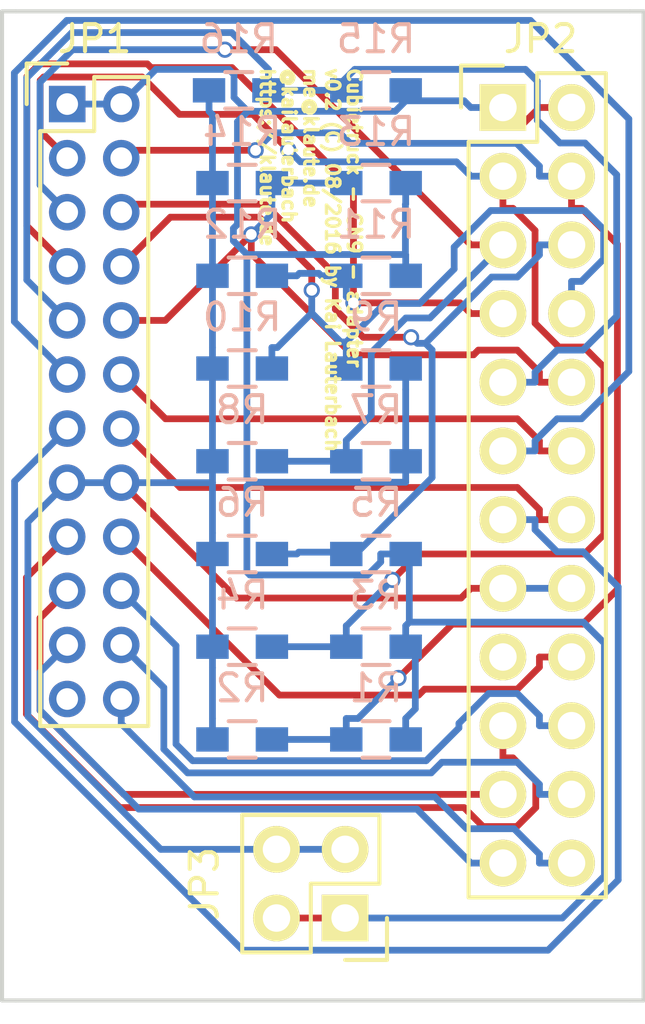
<source format=kicad_pcb>
(kicad_pcb (version 4) (host pcbnew 4.0.2+dfsg1-2~bpo8+1-stable)

  (general
    (links 61)
    (no_connects 0)
    (area 118.669999 102.301 142.569001 140.6)
    (thickness 1.6)
    (drawings 9)
    (tracks 343)
    (zones 0)
    (modules 19)
    (nets 24)
  )

  (page A4)
  (layers
    (0 F.Cu signal)
    (31 B.Cu signal)
    (32 B.Adhes user)
    (33 F.Adhes user)
    (34 B.Paste user)
    (35 F.Paste user)
    (36 B.SilkS user)
    (37 F.SilkS user)
    (38 B.Mask user)
    (39 F.Mask user)
    (40 Dwgs.User user)
    (41 Cmts.User user)
    (42 Eco1.User user)
    (43 Eco2.User user)
    (44 Edge.Cuts user)
    (45 Margin user)
    (46 B.CrtYd user)
    (47 F.CrtYd user)
    (48 B.Fab user)
    (49 F.Fab user)
  )

  (setup
    (last_trace_width 0.25)
    (trace_clearance 0.2)
    (zone_clearance 0.508)
    (zone_45_only no)
    (trace_min 0.2)
    (segment_width 0.2)
    (edge_width 0.15)
    (via_size 0.6)
    (via_drill 0.4)
    (via_min_size 0.4)
    (via_min_drill 0.3)
    (uvia_size 0.3)
    (uvia_drill 0.1)
    (uvias_allowed no)
    (uvia_min_size 0.2)
    (uvia_min_drill 0.1)
    (pcb_text_width 0.3)
    (pcb_text_size 1.5 1.5)
    (mod_edge_width 0.15)
    (mod_text_size 1 1)
    (mod_text_width 0.15)
    (pad_size 1.524 1.524)
    (pad_drill 0.762)
    (pad_to_mask_clearance 0.2)
    (aux_axis_origin 0 0)
    (visible_elements 7FFFFFFF)
    (pcbplotparams
      (layerselection 0x00030_80000001)
      (usegerberextensions false)
      (excludeedgelayer true)
      (linewidth 0.100000)
      (plotframeref false)
      (viasonmask false)
      (mode 1)
      (useauxorigin false)
      (hpglpennumber 1)
      (hpglpenspeed 20)
      (hpglpendiameter 15)
      (hpglpenoverlay 2)
      (psnegative false)
      (psa4output false)
      (plotreference true)
      (plotvalue true)
      (plotinvisibletext false)
      (padsonsilk false)
      (subtractmaskfromsilk false)
      (outputformat 1)
      (mirror false)
      (drillshape 1)
      (scaleselection 1)
      (outputdirectory ""))
  )

  (net 0 "")
  (net 1 GND)
  (net 2 /PIN5)
  (net 3 /PIN7)
  (net 4 /PIN10)
  (net 5 /PIN11)
  (net 6 /PIN13)
  (net 7 /PIN17)
  (net 8 /PIN19)
  (net 9 /PIN21)
  (net 10 /PIN23)
  (net 11 +3V3)
  (net 12 /PIN3)
  (net 13 /PIN9)
  (net 14 /PIN6)
  (net 15 /PIN8)
  (net 16 /PIN12)
  (net 17 /PIN14)
  (net 18 /PIN18)
  (net 19 /PIN20)
  (net 20 /PIN22)
  (net 21 /PIN24)
  (net 22 /PIN4)
  (net 23 /PIN16)

  (net_class Default "This is the default net class."
    (clearance 0.2)
    (trace_width 0.25)
    (via_dia 0.6)
    (via_drill 0.4)
    (uvia_dia 0.3)
    (uvia_drill 0.1)
    (add_net +3V3)
    (add_net /PIN10)
    (add_net /PIN11)
    (add_net /PIN12)
    (add_net /PIN13)
    (add_net /PIN14)
    (add_net /PIN16)
    (add_net /PIN17)
    (add_net /PIN18)
    (add_net /PIN19)
    (add_net /PIN20)
    (add_net /PIN21)
    (add_net /PIN22)
    (add_net /PIN23)
    (add_net /PIN24)
    (add_net /PIN3)
    (add_net /PIN4)
    (add_net /PIN5)
    (add_net /PIN6)
    (add_net /PIN7)
    (add_net /PIN8)
    (add_net /PIN9)
    (add_net GND)
  )

  (module Pin_Headers:Pin_Header_Straight_2x12 (layer F.Cu) (tedit 57A620E1) (tstamp 57A5B596)
    (at 137.287 106.553)
    (descr "Through hole pin header")
    (tags "pin header")
    (path /57A5B5C4)
    (fp_text reference JP2 (at 1.397 -2.54) (layer F.SilkS)
      (effects (font (size 1 1) (thickness 0.15)))
    )
    (fp_text value ~ (at 0 -3.1) (layer F.Fab)
      (effects (font (size 1 1) (thickness 0.15)))
    )
    (fp_line (start -1.75 -1.75) (end -1.75 29.7) (layer F.CrtYd) (width 0.05))
    (fp_line (start 4.3 -1.75) (end 4.3 29.7) (layer F.CrtYd) (width 0.05))
    (fp_line (start -1.75 -1.75) (end 4.3 -1.75) (layer F.CrtYd) (width 0.05))
    (fp_line (start -1.75 29.7) (end 4.3 29.7) (layer F.CrtYd) (width 0.05))
    (fp_line (start 3.81 29.21) (end 3.81 -1.27) (layer F.SilkS) (width 0.15))
    (fp_line (start -1.27 1.27) (end -1.27 29.21) (layer F.SilkS) (width 0.15))
    (fp_line (start 3.81 29.21) (end -1.27 29.21) (layer F.SilkS) (width 0.15))
    (fp_line (start 3.81 -1.27) (end 1.27 -1.27) (layer F.SilkS) (width 0.15))
    (fp_line (start 0 -1.55) (end -1.55 -1.55) (layer F.SilkS) (width 0.15))
    (fp_line (start 1.27 -1.27) (end 1.27 1.27) (layer F.SilkS) (width 0.15))
    (fp_line (start 1.27 1.27) (end -1.27 1.27) (layer F.SilkS) (width 0.15))
    (fp_line (start -1.55 -1.55) (end -1.55 0) (layer F.SilkS) (width 0.15))
    (pad 1 thru_hole rect (at 0 0) (size 1.7272 1.7272) (drill 1.016) (layers *.Cu *.Mask F.SilkS)
      (net 11 +3V3))
    (pad 2 thru_hole oval (at 2.54 0) (size 1.7272 1.7272) (drill 1.016) (layers *.Cu *.Mask F.SilkS)
      (net 11 +3V3))
    (pad 3 thru_hole oval (at 0 2.54) (size 1.7272 1.7272) (drill 1.016) (layers *.Cu *.Mask F.SilkS)
      (net 22 /PIN4))
    (pad 4 thru_hole oval (at 2.54 2.54) (size 1.7272 1.7272) (drill 1.016) (layers *.Cu *.Mask F.SilkS)
      (net 12 /PIN3))
    (pad 5 thru_hole oval (at 0 5.08) (size 1.7272 1.7272) (drill 1.016) (layers *.Cu *.Mask F.SilkS)
      (net 14 /PIN6))
    (pad 6 thru_hole oval (at 2.54 5.08) (size 1.7272 1.7272) (drill 1.016) (layers *.Cu *.Mask F.SilkS)
      (net 2 /PIN5))
    (pad 7 thru_hole oval (at 0 7.62) (size 1.7272 1.7272) (drill 1.016) (layers *.Cu *.Mask F.SilkS)
      (net 15 /PIN8))
    (pad 8 thru_hole oval (at 2.54 7.62) (size 1.7272 1.7272) (drill 1.016) (layers *.Cu *.Mask F.SilkS)
      (net 3 /PIN7))
    (pad 9 thru_hole oval (at 0 10.16) (size 1.7272 1.7272) (drill 1.016) (layers *.Cu *.Mask F.SilkS)
      (net 4 /PIN10))
    (pad 10 thru_hole oval (at 2.54 10.16) (size 1.7272 1.7272) (drill 1.016) (layers *.Cu *.Mask F.SilkS)
      (net 13 /PIN9))
    (pad 11 thru_hole oval (at 0 12.7) (size 1.7272 1.7272) (drill 1.016) (layers *.Cu *.Mask F.SilkS)
      (net 16 /PIN12))
    (pad 12 thru_hole oval (at 2.54 12.7) (size 1.7272 1.7272) (drill 1.016) (layers *.Cu *.Mask F.SilkS)
      (net 5 /PIN11))
    (pad 13 thru_hole oval (at 0 15.24) (size 1.7272 1.7272) (drill 1.016) (layers *.Cu *.Mask F.SilkS)
      (net 17 /PIN14))
    (pad 14 thru_hole oval (at 2.54 15.24) (size 1.7272 1.7272) (drill 1.016) (layers *.Cu *.Mask F.SilkS)
      (net 6 /PIN13))
    (pad 15 thru_hole oval (at 0 17.78) (size 1.7272 1.7272) (drill 1.016) (layers *.Cu *.Mask F.SilkS)
      (net 1 GND))
    (pad 16 thru_hole oval (at 2.54 17.78) (size 1.7272 1.7272) (drill 1.016) (layers *.Cu *.Mask F.SilkS)
      (net 1 GND))
    (pad 17 thru_hole oval (at 0 20.32) (size 1.7272 1.7272) (drill 1.016) (layers *.Cu *.Mask F.SilkS)
      (net 23 /PIN16))
    (pad 18 thru_hole oval (at 2.54 20.32) (size 1.7272 1.7272) (drill 1.016) (layers *.Cu *.Mask F.SilkS)
      (net 7 /PIN17))
    (pad 19 thru_hole oval (at 0 22.86) (size 1.7272 1.7272) (drill 1.016) (layers *.Cu *.Mask F.SilkS)
      (net 18 /PIN18))
    (pad 20 thru_hole oval (at 2.54 22.86) (size 1.7272 1.7272) (drill 1.016) (layers *.Cu *.Mask F.SilkS)
      (net 8 /PIN19))
    (pad 21 thru_hole oval (at 0 25.4) (size 1.7272 1.7272) (drill 1.016) (layers *.Cu *.Mask F.SilkS)
      (net 19 /PIN20))
    (pad 22 thru_hole oval (at 2.54 25.4) (size 1.7272 1.7272) (drill 1.016) (layers *.Cu *.Mask F.SilkS)
      (net 9 /PIN21))
    (pad 23 thru_hole oval (at 0 27.94) (size 1.7272 1.7272) (drill 1.016) (layers *.Cu *.Mask F.SilkS)
      (net 20 /PIN22))
    (pad 24 thru_hole oval (at 2.54 27.94) (size 1.7272 1.7272) (drill 1.016) (layers *.Cu *.Mask F.SilkS)
      (net 10 /PIN23))
    (model Pin_Headers.3dshapes/Pin_Header_Straight_2x12.wrl
      (at (xyz 0.05 -0.55 0))
      (scale (xyz 1 1 1))
      (rotate (xyz 0 0 90))
    )
  )

  (module Pin_Headers:Pin_Header_Straight_2x02 (layer F.Cu) (tedit 57A620D6) (tstamp 57A5B59E)
    (at 131.445 136.525 180)
    (descr "Through hole pin header")
    (tags "pin header")
    (path /57A5B68C)
    (fp_text reference JP3 (at 5.207 1.27 270) (layer F.SilkS)
      (effects (font (size 1 1) (thickness 0.15)))
    )
    (fp_text value ~ (at 0 -3.1 180) (layer F.Fab)
      (effects (font (size 1 1) (thickness 0.15)))
    )
    (fp_line (start -1.75 -1.75) (end -1.75 4.3) (layer F.CrtYd) (width 0.05))
    (fp_line (start 4.3 -1.75) (end 4.3 4.3) (layer F.CrtYd) (width 0.05))
    (fp_line (start -1.75 -1.75) (end 4.3 -1.75) (layer F.CrtYd) (width 0.05))
    (fp_line (start -1.75 4.3) (end 4.3 4.3) (layer F.CrtYd) (width 0.05))
    (fp_line (start -1.55 0) (end -1.55 -1.55) (layer F.SilkS) (width 0.15))
    (fp_line (start 0 -1.55) (end -1.55 -1.55) (layer F.SilkS) (width 0.15))
    (fp_line (start -1.27 1.27) (end 1.27 1.27) (layer F.SilkS) (width 0.15))
    (fp_line (start 1.27 1.27) (end 1.27 -1.27) (layer F.SilkS) (width 0.15))
    (fp_line (start 1.27 -1.27) (end 3.81 -1.27) (layer F.SilkS) (width 0.15))
    (fp_line (start 3.81 -1.27) (end 3.81 3.81) (layer F.SilkS) (width 0.15))
    (fp_line (start 3.81 3.81) (end -1.27 3.81) (layer F.SilkS) (width 0.15))
    (fp_line (start -1.27 3.81) (end -1.27 1.27) (layer F.SilkS) (width 0.15))
    (pad 1 thru_hole rect (at 0 0 180) (size 1.7272 1.7272) (drill 1.016) (layers *.Cu *.Mask F.SilkS)
      (net 11 +3V3))
    (pad 2 thru_hole oval (at 2.54 0 180) (size 1.7272 1.7272) (drill 1.016) (layers *.Cu *.Mask F.SilkS)
      (net 11 +3V3))
    (pad 3 thru_hole oval (at 0 2.54 180) (size 1.7272 1.7272) (drill 1.016) (layers *.Cu *.Mask F.SilkS)
      (net 1 GND))
    (pad 4 thru_hole oval (at 2.54 2.54 180) (size 1.7272 1.7272) (drill 1.016) (layers *.Cu *.Mask F.SilkS)
      (net 1 GND))
    (model Pin_Headers.3dshapes/Pin_Header_Straight_2x02.wrl
      (at (xyz 0.05 -0.05 0))
      (scale (xyz 1 1 1))
      (rotate (xyz 0 0 90))
    )
  )

  (module Pin_Headers:Pin_Header_Straight_2x12_Pitch2.00mm (layer F.Cu) (tedit 57A620E7) (tstamp 57A5B87B)
    (at 121.158 106.426)
    (descr "Through hole pin header, 2x12, 2.00mm pitch, double row")
    (tags "pin header double row")
    (path /57A5B4FC)
    (fp_text reference JP1 (at 1.016 -2.413) (layer F.SilkS)
      (effects (font (size 1 1) (thickness 0.15)))
    )
    (fp_text value ~ (at 0 -3) (layer F.Fab)
      (effects (font (size 1 1) (thickness 0.15)))
    )
    (fp_line (start -1 1) (end 1 1) (layer F.SilkS) (width 0.15))
    (fp_line (start 1 1) (end 1 -1) (layer F.SilkS) (width 0.15))
    (fp_line (start 1 -1) (end 3 -1) (layer F.SilkS) (width 0.15))
    (fp_line (start 3 -1) (end 3 1) (layer F.SilkS) (width 0.15))
    (fp_line (start 3 1) (end 3 23) (layer F.SilkS) (width 0.15))
    (fp_line (start 3 23) (end -1 23) (layer F.SilkS) (width 0.15))
    (fp_line (start -1 23) (end -1 1) (layer F.SilkS) (width 0.15))
    (fp_line (start -1.6 -1.6) (end 3.6 -1.6) (layer F.CrtYd) (width 0.05))
    (fp_line (start 3.6 -1.6) (end 3.6 23.6) (layer F.CrtYd) (width 0.05))
    (fp_line (start 3.6 23.6) (end -1.6 23.6) (layer F.CrtYd) (width 0.05))
    (fp_line (start -1.6 23.6) (end -1.6 -1.6) (layer F.CrtYd) (width 0.05))
    (fp_line (start -1.5 0) (end -1.5 -1.5) (layer F.SilkS) (width 0.15))
    (fp_line (start -1.5 -1.5) (end 0 -1.5) (layer F.SilkS) (width 0.15))
    (pad 1 thru_hole rect (at 0 0) (size 1.35 1.35) (drill 0.8) (layers *.Cu *.Mask)
      (net 11 +3V3))
    (pad 3 thru_hole circle (at 0 2) (size 1.35 1.35) (drill 0.8) (layers *.Cu *.Mask)
      (net 22 /PIN4))
    (pad 5 thru_hole circle (at 0 4) (size 1.35 1.35) (drill 0.8) (layers *.Cu *.Mask)
      (net 14 /PIN6))
    (pad 7 thru_hole circle (at 0 6) (size 1.35 1.35) (drill 0.8) (layers *.Cu *.Mask)
      (net 15 /PIN8))
    (pad 9 thru_hole circle (at 0 8) (size 1.35 1.35) (drill 0.8) (layers *.Cu *.Mask)
      (net 4 /PIN10))
    (pad 11 thru_hole circle (at 0 10) (size 1.35 1.35) (drill 0.8) (layers *.Cu *.Mask)
      (net 16 /PIN12))
    (pad 13 thru_hole circle (at 0 12) (size 1.35 1.35) (drill 0.8) (layers *.Cu *.Mask)
      (net 17 /PIN14))
    (pad 15 thru_hole circle (at 0 14) (size 1.35 1.35) (drill 0.8) (layers *.Cu *.Mask)
      (net 1 GND))
    (pad 17 thru_hole circle (at 0 16) (size 1.35 1.35) (drill 0.8) (layers *.Cu *.Mask)
      (net 18 /PIN18))
    (pad 19 thru_hole circle (at 0 18) (size 1.35 1.35) (drill 0.8) (layers *.Cu *.Mask)
      (net 19 /PIN20))
    (pad 21 thru_hole circle (at 0 20) (size 1.35 1.35) (drill 0.8) (layers *.Cu *.Mask)
      (net 20 /PIN22))
    (pad 23 thru_hole circle (at 0 22) (size 1.35 1.35) (drill 0.8) (layers *.Cu *.Mask)
      (net 21 /PIN24))
    (pad 2 thru_hole circle (at 2 0) (size 1.35 1.35) (drill 0.8) (layers *.Cu *.Mask)
      (net 11 +3V3))
    (pad 4 thru_hole circle (at 2 2) (size 1.35 1.35) (drill 0.8) (layers *.Cu *.Mask)
      (net 12 /PIN3))
    (pad 6 thru_hole circle (at 2 4) (size 1.35 1.35) (drill 0.8) (layers *.Cu *.Mask)
      (net 2 /PIN5))
    (pad 8 thru_hole circle (at 2 6) (size 1.35 1.35) (drill 0.8) (layers *.Cu *.Mask)
      (net 3 /PIN7))
    (pad 10 thru_hole circle (at 2 8) (size 1.35 1.35) (drill 0.8) (layers *.Cu *.Mask)
      (net 13 /PIN9))
    (pad 12 thru_hole circle (at 2 10) (size 1.35 1.35) (drill 0.8) (layers *.Cu *.Mask)
      (net 5 /PIN11))
    (pad 14 thru_hole circle (at 2 12) (size 1.35 1.35) (drill 0.8) (layers *.Cu *.Mask)
      (net 6 /PIN13))
    (pad 16 thru_hole circle (at 2 14) (size 1.35 1.35) (drill 0.8) (layers *.Cu *.Mask)
      (net 1 GND))
    (pad 18 thru_hole circle (at 2 16) (size 1.35 1.35) (drill 0.8) (layers *.Cu *.Mask)
      (net 7 /PIN17))
    (pad 20 thru_hole circle (at 2 18) (size 1.35 1.35) (drill 0.8) (layers *.Cu *.Mask)
      (net 8 /PIN19))
    (pad 22 thru_hole circle (at 2 20) (size 1.35 1.35) (drill 0.8) (layers *.Cu *.Mask)
      (net 9 /PIN21))
    (pad 24 thru_hole circle (at 2 22) (size 1.35 1.35) (drill 0.8) (layers *.Cu *.Mask)
      (net 10 /PIN23))
    (model Pin_Headers.3dshapes/Pin_Header_Straight_2x12_Pitch2.00mm.wrl
      (at (xyz 0 0 0))
      (scale (xyz 1 1 1))
      (rotate (xyz 0 0 0))
    )
  )

  (module Resistors_SMD:R_0603_HandSoldering (layer B.Cu) (tedit 57A618D9) (tstamp 57A617FF)
    (at 132.588 129.921 180)
    (descr "Resistor SMD 0603, hand soldering")
    (tags "resistor 0603")
    (path /57A5BC15)
    (attr smd)
    (fp_text reference R1 (at 0 1.9 180) (layer B.SilkS)
      (effects (font (size 1 1) (thickness 0.15)) (justify mirror))
    )
    (fp_text value 4k7 (at 0 -1.9 180) (layer B.Fab) hide
      (effects (font (size 1 1) (thickness 0.15)) (justify mirror))
    )
    (fp_line (start -2 0.8) (end 2 0.8) (layer B.CrtYd) (width 0.05))
    (fp_line (start -2 -0.8) (end 2 -0.8) (layer B.CrtYd) (width 0.05))
    (fp_line (start -2 0.8) (end -2 -0.8) (layer B.CrtYd) (width 0.05))
    (fp_line (start 2 0.8) (end 2 -0.8) (layer B.CrtYd) (width 0.05))
    (fp_line (start 0.5 -0.675) (end -0.5 -0.675) (layer B.SilkS) (width 0.15))
    (fp_line (start -0.5 0.675) (end 0.5 0.675) (layer B.SilkS) (width 0.15))
    (pad 1 smd rect (at -1.1 0 180) (size 1.2 0.9) (layers B.Cu B.Paste B.Mask)
      (net 11 +3V3))
    (pad 2 smd rect (at 1.1 0 180) (size 1.2 0.9) (layers B.Cu B.Paste B.Mask)
      (net 12 /PIN3))
    (model Resistors_SMD.3dshapes/R_0603_HandSoldering.wrl
      (at (xyz 0 0 0))
      (scale (xyz 1 1 1))
      (rotate (xyz 0 0 0))
    )
  )

  (module Resistors_SMD:R_0603_HandSoldering (layer B.Cu) (tedit 57A618DC) (tstamp 57A61805)
    (at 127.635 129.921 180)
    (descr "Resistor SMD 0603, hand soldering")
    (tags "resistor 0603")
    (path /57A5C188)
    (attr smd)
    (fp_text reference R2 (at 0 1.9 180) (layer B.SilkS)
      (effects (font (size 1 1) (thickness 0.15)) (justify mirror))
    )
    (fp_text value 4k7 (at 0 -1.9 180) (layer B.Fab) hide
      (effects (font (size 1 1) (thickness 0.15)) (justify mirror))
    )
    (fp_line (start -2 0.8) (end 2 0.8) (layer B.CrtYd) (width 0.05))
    (fp_line (start -2 -0.8) (end 2 -0.8) (layer B.CrtYd) (width 0.05))
    (fp_line (start -2 0.8) (end -2 -0.8) (layer B.CrtYd) (width 0.05))
    (fp_line (start 2 0.8) (end 2 -0.8) (layer B.CrtYd) (width 0.05))
    (fp_line (start 0.5 -0.675) (end -0.5 -0.675) (layer B.SilkS) (width 0.15))
    (fp_line (start -0.5 0.675) (end 0.5 0.675) (layer B.SilkS) (width 0.15))
    (pad 1 smd rect (at -1.1 0 180) (size 1.2 0.9) (layers B.Cu B.Paste B.Mask)
      (net 12 /PIN3))
    (pad 2 smd rect (at 1.1 0 180) (size 1.2 0.9) (layers B.Cu B.Paste B.Mask)
      (net 1 GND))
    (model Resistors_SMD.3dshapes/R_0603_HandSoldering.wrl
      (at (xyz 0 0 0))
      (scale (xyz 1 1 1))
      (rotate (xyz 0 0 0))
    )
  )

  (module Resistors_SMD:R_0603_HandSoldering (layer B.Cu) (tedit 57A618E0) (tstamp 57A6180B)
    (at 132.588 126.492 180)
    (descr "Resistor SMD 0603, hand soldering")
    (tags "resistor 0603")
    (path /57A5C022)
    (attr smd)
    (fp_text reference R3 (at 0 1.9 180) (layer B.SilkS)
      (effects (font (size 1 1) (thickness 0.15)) (justify mirror))
    )
    (fp_text value 4k7 (at 0 -1.9 180) (layer B.Fab) hide
      (effects (font (size 1 1) (thickness 0.15)) (justify mirror))
    )
    (fp_line (start -2 0.8) (end 2 0.8) (layer B.CrtYd) (width 0.05))
    (fp_line (start -2 -0.8) (end 2 -0.8) (layer B.CrtYd) (width 0.05))
    (fp_line (start -2 0.8) (end -2 -0.8) (layer B.CrtYd) (width 0.05))
    (fp_line (start 2 0.8) (end 2 -0.8) (layer B.CrtYd) (width 0.05))
    (fp_line (start 0.5 -0.675) (end -0.5 -0.675) (layer B.SilkS) (width 0.15))
    (fp_line (start -0.5 0.675) (end 0.5 0.675) (layer B.SilkS) (width 0.15))
    (pad 1 smd rect (at -1.1 0 180) (size 1.2 0.9) (layers B.Cu B.Paste B.Mask)
      (net 11 +3V3))
    (pad 2 smd rect (at 1.1 0 180) (size 1.2 0.9) (layers B.Cu B.Paste B.Mask)
      (net 22 /PIN4))
    (model Resistors_SMD.3dshapes/R_0603_HandSoldering.wrl
      (at (xyz 0 0 0))
      (scale (xyz 1 1 1))
      (rotate (xyz 0 0 0))
    )
  )

  (module Resistors_SMD:R_0603_HandSoldering (layer B.Cu) (tedit 57A618E3) (tstamp 57A61811)
    (at 127.635 126.492 180)
    (descr "Resistor SMD 0603, hand soldering")
    (tags "resistor 0603")
    (path /57A5C1D0)
    (attr smd)
    (fp_text reference R4 (at 0 1.9 180) (layer B.SilkS)
      (effects (font (size 1 1) (thickness 0.15)) (justify mirror))
    )
    (fp_text value 4k7 (at 0 -1.9 180) (layer B.Fab) hide
      (effects (font (size 1 1) (thickness 0.15)) (justify mirror))
    )
    (fp_line (start -2 0.8) (end 2 0.8) (layer B.CrtYd) (width 0.05))
    (fp_line (start -2 -0.8) (end 2 -0.8) (layer B.CrtYd) (width 0.05))
    (fp_line (start -2 0.8) (end -2 -0.8) (layer B.CrtYd) (width 0.05))
    (fp_line (start 2 0.8) (end 2 -0.8) (layer B.CrtYd) (width 0.05))
    (fp_line (start 0.5 -0.675) (end -0.5 -0.675) (layer B.SilkS) (width 0.15))
    (fp_line (start -0.5 0.675) (end 0.5 0.675) (layer B.SilkS) (width 0.15))
    (pad 1 smd rect (at -1.1 0 180) (size 1.2 0.9) (layers B.Cu B.Paste B.Mask)
      (net 22 /PIN4))
    (pad 2 smd rect (at 1.1 0 180) (size 1.2 0.9) (layers B.Cu B.Paste B.Mask)
      (net 1 GND))
    (model Resistors_SMD.3dshapes/R_0603_HandSoldering.wrl
      (at (xyz 0 0 0))
      (scale (xyz 1 1 1))
      (rotate (xyz 0 0 0))
    )
  )

  (module Resistors_SMD:R_0603_HandSoldering (layer B.Cu) (tedit 57A618E6) (tstamp 57A61817)
    (at 132.588 123.063 180)
    (descr "Resistor SMD 0603, hand soldering")
    (tags "resistor 0603")
    (path /57A5C04B)
    (attr smd)
    (fp_text reference R5 (at 0 1.9 180) (layer B.SilkS)
      (effects (font (size 1 1) (thickness 0.15)) (justify mirror))
    )
    (fp_text value 4k7 (at 0 -1.9 180) (layer B.Fab) hide
      (effects (font (size 1 1) (thickness 0.15)) (justify mirror))
    )
    (fp_line (start -2 0.8) (end 2 0.8) (layer B.CrtYd) (width 0.05))
    (fp_line (start -2 -0.8) (end 2 -0.8) (layer B.CrtYd) (width 0.05))
    (fp_line (start -2 0.8) (end -2 -0.8) (layer B.CrtYd) (width 0.05))
    (fp_line (start 2 0.8) (end 2 -0.8) (layer B.CrtYd) (width 0.05))
    (fp_line (start 0.5 -0.675) (end -0.5 -0.675) (layer B.SilkS) (width 0.15))
    (fp_line (start -0.5 0.675) (end 0.5 0.675) (layer B.SilkS) (width 0.15))
    (pad 1 smd rect (at -1.1 0 180) (size 1.2 0.9) (layers B.Cu B.Paste B.Mask)
      (net 11 +3V3))
    (pad 2 smd rect (at 1.1 0 180) (size 1.2 0.9) (layers B.Cu B.Paste B.Mask)
      (net 2 /PIN5))
    (model Resistors_SMD.3dshapes/R_0603_HandSoldering.wrl
      (at (xyz 0 0 0))
      (scale (xyz 1 1 1))
      (rotate (xyz 0 0 0))
    )
  )

  (module Resistors_SMD:R_0603_HandSoldering (layer B.Cu) (tedit 57A6191D) (tstamp 57A6181D)
    (at 127.635 123.063 180)
    (descr "Resistor SMD 0603, hand soldering")
    (tags "resistor 0603")
    (path /57A5C219)
    (attr smd)
    (fp_text reference R6 (at 0 1.9 180) (layer B.SilkS)
      (effects (font (size 1 1) (thickness 0.15)) (justify mirror))
    )
    (fp_text value 4k7 (at 0 -1.9 180) (layer B.Fab) hide
      (effects (font (size 1 1) (thickness 0.15)) (justify mirror))
    )
    (fp_line (start -2 0.8) (end 2 0.8) (layer B.CrtYd) (width 0.05))
    (fp_line (start -2 -0.8) (end 2 -0.8) (layer B.CrtYd) (width 0.05))
    (fp_line (start -2 0.8) (end -2 -0.8) (layer B.CrtYd) (width 0.05))
    (fp_line (start 2 0.8) (end 2 -0.8) (layer B.CrtYd) (width 0.05))
    (fp_line (start 0.5 -0.675) (end -0.5 -0.675) (layer B.SilkS) (width 0.15))
    (fp_line (start -0.5 0.675) (end 0.5 0.675) (layer B.SilkS) (width 0.15))
    (pad 1 smd rect (at -1.1 0 180) (size 1.2 0.9) (layers B.Cu B.Paste B.Mask)
      (net 2 /PIN5))
    (pad 2 smd rect (at 1.1 0 180) (size 1.2 0.9) (layers B.Cu B.Paste B.Mask)
      (net 1 GND))
    (model Resistors_SMD.3dshapes/R_0603_HandSoldering.wrl
      (at (xyz 0 0 0))
      (scale (xyz 1 1 1))
      (rotate (xyz 0 0 0))
    )
  )

  (module Resistors_SMD:R_0603_HandSoldering (layer B.Cu) (tedit 57A61918) (tstamp 57A61823)
    (at 132.588 119.634 180)
    (descr "Resistor SMD 0603, hand soldering")
    (tags "resistor 0603")
    (path /57A5C07B)
    (attr smd)
    (fp_text reference R7 (at 0 1.9 180) (layer B.SilkS)
      (effects (font (size 1 1) (thickness 0.15)) (justify mirror))
    )
    (fp_text value 4k7 (at 0 -1.9 180) (layer B.Fab) hide
      (effects (font (size 1 1) (thickness 0.15)) (justify mirror))
    )
    (fp_line (start -2 0.8) (end 2 0.8) (layer B.CrtYd) (width 0.05))
    (fp_line (start -2 -0.8) (end 2 -0.8) (layer B.CrtYd) (width 0.05))
    (fp_line (start -2 0.8) (end -2 -0.8) (layer B.CrtYd) (width 0.05))
    (fp_line (start 2 0.8) (end 2 -0.8) (layer B.CrtYd) (width 0.05))
    (fp_line (start 0.5 -0.675) (end -0.5 -0.675) (layer B.SilkS) (width 0.15))
    (fp_line (start -0.5 0.675) (end 0.5 0.675) (layer B.SilkS) (width 0.15))
    (pad 1 smd rect (at -1.1 0 180) (size 1.2 0.9) (layers B.Cu B.Paste B.Mask)
      (net 11 +3V3))
    (pad 2 smd rect (at 1.1 0 180) (size 1.2 0.9) (layers B.Cu B.Paste B.Mask)
      (net 14 /PIN6))
    (model Resistors_SMD.3dshapes/R_0603_HandSoldering.wrl
      (at (xyz 0 0 0))
      (scale (xyz 1 1 1))
      (rotate (xyz 0 0 0))
    )
  )

  (module Resistors_SMD:R_0603_HandSoldering (layer B.Cu) (tedit 57A61925) (tstamp 57A61829)
    (at 127.635 119.634 180)
    (descr "Resistor SMD 0603, hand soldering")
    (tags "resistor 0603")
    (path /57A5C259)
    (attr smd)
    (fp_text reference R8 (at 0 1.9 180) (layer B.SilkS)
      (effects (font (size 1 1) (thickness 0.15)) (justify mirror))
    )
    (fp_text value 4k7 (at 0 -1.9 180) (layer B.Fab) hide
      (effects (font (size 1 1) (thickness 0.15)) (justify mirror))
    )
    (fp_line (start -2 0.8) (end 2 0.8) (layer B.CrtYd) (width 0.05))
    (fp_line (start -2 -0.8) (end 2 -0.8) (layer B.CrtYd) (width 0.05))
    (fp_line (start -2 0.8) (end -2 -0.8) (layer B.CrtYd) (width 0.05))
    (fp_line (start 2 0.8) (end 2 -0.8) (layer B.CrtYd) (width 0.05))
    (fp_line (start 0.5 -0.675) (end -0.5 -0.675) (layer B.SilkS) (width 0.15))
    (fp_line (start -0.5 0.675) (end 0.5 0.675) (layer B.SilkS) (width 0.15))
    (pad 1 smd rect (at -1.1 0 180) (size 1.2 0.9) (layers B.Cu B.Paste B.Mask)
      (net 14 /PIN6))
    (pad 2 smd rect (at 1.1 0 180) (size 1.2 0.9) (layers B.Cu B.Paste B.Mask)
      (net 1 GND))
    (model Resistors_SMD.3dshapes/R_0603_HandSoldering.wrl
      (at (xyz 0 0 0))
      (scale (xyz 1 1 1))
      (rotate (xyz 0 0 0))
    )
  )

  (module Resistors_SMD:R_0603_HandSoldering (layer B.Cu) (tedit 57A61920) (tstamp 57A6182F)
    (at 132.588 116.205 180)
    (descr "Resistor SMD 0603, hand soldering")
    (tags "resistor 0603")
    (path /57A5C0AA)
    (attr smd)
    (fp_text reference R9 (at 0 1.9 180) (layer B.SilkS)
      (effects (font (size 1 1) (thickness 0.15)) (justify mirror))
    )
    (fp_text value 4k7 (at 0 -1.9 180) (layer B.Fab) hide
      (effects (font (size 1 1) (thickness 0.15)) (justify mirror))
    )
    (fp_line (start -2 0.8) (end 2 0.8) (layer B.CrtYd) (width 0.05))
    (fp_line (start -2 -0.8) (end 2 -0.8) (layer B.CrtYd) (width 0.05))
    (fp_line (start -2 0.8) (end -2 -0.8) (layer B.CrtYd) (width 0.05))
    (fp_line (start 2 0.8) (end 2 -0.8) (layer B.CrtYd) (width 0.05))
    (fp_line (start 0.5 -0.675) (end -0.5 -0.675) (layer B.SilkS) (width 0.15))
    (fp_line (start -0.5 0.675) (end 0.5 0.675) (layer B.SilkS) (width 0.15))
    (pad 1 smd rect (at -1.1 0 180) (size 1.2 0.9) (layers B.Cu B.Paste B.Mask)
      (net 11 +3V3))
    (pad 2 smd rect (at 1.1 0 180) (size 1.2 0.9) (layers B.Cu B.Paste B.Mask)
      (net 3 /PIN7))
    (model Resistors_SMD.3dshapes/R_0603_HandSoldering.wrl
      (at (xyz 0 0 0))
      (scale (xyz 1 1 1))
      (rotate (xyz 0 0 0))
    )
  )

  (module Resistors_SMD:R_0603_HandSoldering (layer B.Cu) (tedit 57A61905) (tstamp 57A61835)
    (at 127.635 116.205 180)
    (descr "Resistor SMD 0603, hand soldering")
    (tags "resistor 0603")
    (path /57A5C298)
    (attr smd)
    (fp_text reference R10 (at 0 1.9 180) (layer B.SilkS)
      (effects (font (size 1 1) (thickness 0.15)) (justify mirror))
    )
    (fp_text value 4k7 (at 0 -1.9 180) (layer B.Fab) hide
      (effects (font (size 1 1) (thickness 0.15)) (justify mirror))
    )
    (fp_line (start -2 0.8) (end 2 0.8) (layer B.CrtYd) (width 0.05))
    (fp_line (start -2 -0.8) (end 2 -0.8) (layer B.CrtYd) (width 0.05))
    (fp_line (start -2 0.8) (end -2 -0.8) (layer B.CrtYd) (width 0.05))
    (fp_line (start 2 0.8) (end 2 -0.8) (layer B.CrtYd) (width 0.05))
    (fp_line (start 0.5 -0.675) (end -0.5 -0.675) (layer B.SilkS) (width 0.15))
    (fp_line (start -0.5 0.675) (end 0.5 0.675) (layer B.SilkS) (width 0.15))
    (pad 1 smd rect (at -1.1 0 180) (size 1.2 0.9) (layers B.Cu B.Paste B.Mask)
      (net 3 /PIN7))
    (pad 2 smd rect (at 1.1 0 180) (size 1.2 0.9) (layers B.Cu B.Paste B.Mask)
      (net 1 GND))
    (model Resistors_SMD.3dshapes/R_0603_HandSoldering.wrl
      (at (xyz 0 0 0))
      (scale (xyz 1 1 1))
      (rotate (xyz 0 0 0))
    )
  )

  (module Resistors_SMD:R_0603_HandSoldering (layer B.Cu) (tedit 57A61901) (tstamp 57A6183B)
    (at 132.588 112.776 180)
    (descr "Resistor SMD 0603, hand soldering")
    (tags "resistor 0603")
    (path /57A5C0D4)
    (attr smd)
    (fp_text reference R11 (at 0 1.9 180) (layer B.SilkS)
      (effects (font (size 1 1) (thickness 0.15)) (justify mirror))
    )
    (fp_text value 4k7 (at 0 -1.9 180) (layer B.Fab) hide
      (effects (font (size 1 1) (thickness 0.15)) (justify mirror))
    )
    (fp_line (start -2 0.8) (end 2 0.8) (layer B.CrtYd) (width 0.05))
    (fp_line (start -2 -0.8) (end 2 -0.8) (layer B.CrtYd) (width 0.05))
    (fp_line (start -2 0.8) (end -2 -0.8) (layer B.CrtYd) (width 0.05))
    (fp_line (start 2 0.8) (end 2 -0.8) (layer B.CrtYd) (width 0.05))
    (fp_line (start 0.5 -0.675) (end -0.5 -0.675) (layer B.SilkS) (width 0.15))
    (fp_line (start -0.5 0.675) (end 0.5 0.675) (layer B.SilkS) (width 0.15))
    (pad 1 smd rect (at -1.1 0 180) (size 1.2 0.9) (layers B.Cu B.Paste B.Mask)
      (net 11 +3V3))
    (pad 2 smd rect (at 1.1 0 180) (size 1.2 0.9) (layers B.Cu B.Paste B.Mask)
      (net 15 /PIN8))
    (model Resistors_SMD.3dshapes/R_0603_HandSoldering.wrl
      (at (xyz 0 0 0))
      (scale (xyz 1 1 1))
      (rotate (xyz 0 0 0))
    )
  )

  (module Resistors_SMD:R_0603_HandSoldering (layer B.Cu) (tedit 57A618FD) (tstamp 57A61841)
    (at 127.635 112.776 180)
    (descr "Resistor SMD 0603, hand soldering")
    (tags "resistor 0603")
    (path /57A5C2DA)
    (attr smd)
    (fp_text reference R12 (at 0 1.9 180) (layer B.SilkS)
      (effects (font (size 1 1) (thickness 0.15)) (justify mirror))
    )
    (fp_text value 4k7 (at 0 -1.9 180) (layer B.Fab) hide
      (effects (font (size 1 1) (thickness 0.15)) (justify mirror))
    )
    (fp_line (start -2 0.8) (end 2 0.8) (layer B.CrtYd) (width 0.05))
    (fp_line (start -2 -0.8) (end 2 -0.8) (layer B.CrtYd) (width 0.05))
    (fp_line (start -2 0.8) (end -2 -0.8) (layer B.CrtYd) (width 0.05))
    (fp_line (start 2 0.8) (end 2 -0.8) (layer B.CrtYd) (width 0.05))
    (fp_line (start 0.5 -0.675) (end -0.5 -0.675) (layer B.SilkS) (width 0.15))
    (fp_line (start -0.5 0.675) (end 0.5 0.675) (layer B.SilkS) (width 0.15))
    (pad 1 smd rect (at -1.1 0 180) (size 1.2 0.9) (layers B.Cu B.Paste B.Mask)
      (net 15 /PIN8))
    (pad 2 smd rect (at 1.1 0 180) (size 1.2 0.9) (layers B.Cu B.Paste B.Mask)
      (net 1 GND))
    (model Resistors_SMD.3dshapes/R_0603_HandSoldering.wrl
      (at (xyz 0 0 0))
      (scale (xyz 1 1 1))
      (rotate (xyz 0 0 0))
    )
  )

  (module Resistors_SMD:R_0603_HandSoldering (layer B.Cu) (tedit 57A618F8) (tstamp 57A61847)
    (at 132.588 109.347 180)
    (descr "Resistor SMD 0603, hand soldering")
    (tags "resistor 0603")
    (path /57A5C109)
    (attr smd)
    (fp_text reference R13 (at 0 1.9 180) (layer B.SilkS)
      (effects (font (size 1 1) (thickness 0.15)) (justify mirror))
    )
    (fp_text value 4k7 (at 0 -1.9 180) (layer B.Fab) hide
      (effects (font (size 1 1) (thickness 0.15)) (justify mirror))
    )
    (fp_line (start -2 0.8) (end 2 0.8) (layer B.CrtYd) (width 0.05))
    (fp_line (start -2 -0.8) (end 2 -0.8) (layer B.CrtYd) (width 0.05))
    (fp_line (start -2 0.8) (end -2 -0.8) (layer B.CrtYd) (width 0.05))
    (fp_line (start 2 0.8) (end 2 -0.8) (layer B.CrtYd) (width 0.05))
    (fp_line (start 0.5 -0.675) (end -0.5 -0.675) (layer B.SilkS) (width 0.15))
    (fp_line (start -0.5 0.675) (end 0.5 0.675) (layer B.SilkS) (width 0.15))
    (pad 1 smd rect (at -1.1 0 180) (size 1.2 0.9) (layers B.Cu B.Paste B.Mask)
      (net 11 +3V3))
    (pad 2 smd rect (at 1.1 0 180) (size 1.2 0.9) (layers B.Cu B.Paste B.Mask)
      (net 13 /PIN9))
    (model Resistors_SMD.3dshapes/R_0603_HandSoldering.wrl
      (at (xyz 0 0 0))
      (scale (xyz 1 1 1))
      (rotate (xyz 0 0 0))
    )
  )

  (module Resistors_SMD:R_0603_HandSoldering (layer B.Cu) (tedit 57A618F3) (tstamp 57A6184D)
    (at 127.635 109.347 180)
    (descr "Resistor SMD 0603, hand soldering")
    (tags "resistor 0603")
    (path /57A5C31F)
    (attr smd)
    (fp_text reference R14 (at 0 1.9 180) (layer B.SilkS)
      (effects (font (size 1 1) (thickness 0.15)) (justify mirror))
    )
    (fp_text value 4k7 (at 0 -1.9 180) (layer B.Fab) hide
      (effects (font (size 1 1) (thickness 0.15)) (justify mirror))
    )
    (fp_line (start -2 0.8) (end 2 0.8) (layer B.CrtYd) (width 0.05))
    (fp_line (start -2 -0.8) (end 2 -0.8) (layer B.CrtYd) (width 0.05))
    (fp_line (start -2 0.8) (end -2 -0.8) (layer B.CrtYd) (width 0.05))
    (fp_line (start 2 0.8) (end 2 -0.8) (layer B.CrtYd) (width 0.05))
    (fp_line (start 0.5 -0.675) (end -0.5 -0.675) (layer B.SilkS) (width 0.15))
    (fp_line (start -0.5 0.675) (end 0.5 0.675) (layer B.SilkS) (width 0.15))
    (pad 1 smd rect (at -1.1 0 180) (size 1.2 0.9) (layers B.Cu B.Paste B.Mask)
      (net 13 /PIN9))
    (pad 2 smd rect (at 1.1 0 180) (size 1.2 0.9) (layers B.Cu B.Paste B.Mask)
      (net 1 GND))
    (model Resistors_SMD.3dshapes/R_0603_HandSoldering.wrl
      (at (xyz 0 0 0))
      (scale (xyz 1 1 1))
      (rotate (xyz 0 0 0))
    )
  )

  (module Resistors_SMD:R_0603_HandSoldering (layer B.Cu) (tedit 57A618EE) (tstamp 57A61853)
    (at 132.588 105.918 180)
    (descr "Resistor SMD 0603, hand soldering")
    (tags "resistor 0603")
    (path /57A5C14D)
    (attr smd)
    (fp_text reference R15 (at 0 1.9 180) (layer B.SilkS)
      (effects (font (size 1 1) (thickness 0.15)) (justify mirror))
    )
    (fp_text value 4k7 (at 0 -1.9 180) (layer B.Fab) hide
      (effects (font (size 1 1) (thickness 0.15)) (justify mirror))
    )
    (fp_line (start -2 0.8) (end 2 0.8) (layer B.CrtYd) (width 0.05))
    (fp_line (start -2 -0.8) (end 2 -0.8) (layer B.CrtYd) (width 0.05))
    (fp_line (start -2 0.8) (end -2 -0.8) (layer B.CrtYd) (width 0.05))
    (fp_line (start 2 0.8) (end 2 -0.8) (layer B.CrtYd) (width 0.05))
    (fp_line (start 0.5 -0.675) (end -0.5 -0.675) (layer B.SilkS) (width 0.15))
    (fp_line (start -0.5 0.675) (end 0.5 0.675) (layer B.SilkS) (width 0.15))
    (pad 1 smd rect (at -1.1 0 180) (size 1.2 0.9) (layers B.Cu B.Paste B.Mask)
      (net 11 +3V3))
    (pad 2 smd rect (at 1.1 0 180) (size 1.2 0.9) (layers B.Cu B.Paste B.Mask)
      (net 4 /PIN10))
    (model Resistors_SMD.3dshapes/R_0603_HandSoldering.wrl
      (at (xyz 0 0 0))
      (scale (xyz 1 1 1))
      (rotate (xyz 0 0 0))
    )
  )

  (module Resistors_SMD:R_0603_HandSoldering (layer B.Cu) (tedit 57A618EA) (tstamp 57A61859)
    (at 127.508 105.918 180)
    (descr "Resistor SMD 0603, hand soldering")
    (tags "resistor 0603")
    (path /57A5C367)
    (attr smd)
    (fp_text reference R16 (at 0 1.9 180) (layer B.SilkS)
      (effects (font (size 1 1) (thickness 0.15)) (justify mirror))
    )
    (fp_text value 4k7 (at 0 -1.9 180) (layer B.Fab) hide
      (effects (font (size 1 1) (thickness 0.15)) (justify mirror))
    )
    (fp_line (start -2 0.8) (end 2 0.8) (layer B.CrtYd) (width 0.05))
    (fp_line (start -2 -0.8) (end 2 -0.8) (layer B.CrtYd) (width 0.05))
    (fp_line (start -2 0.8) (end -2 -0.8) (layer B.CrtYd) (width 0.05))
    (fp_line (start 2 0.8) (end 2 -0.8) (layer B.CrtYd) (width 0.05))
    (fp_line (start 0.5 -0.675) (end -0.5 -0.675) (layer B.SilkS) (width 0.15))
    (fp_line (start -0.5 0.675) (end 0.5 0.675) (layer B.SilkS) (width 0.15))
    (pad 1 smd rect (at -1.1 0 180) (size 1.2 0.9) (layers B.Cu B.Paste B.Mask)
      (net 4 /PIN10))
    (pad 2 smd rect (at 1.1 0 180) (size 1.2 0.9) (layers B.Cu B.Paste B.Mask)
      (net 1 GND))
    (model Resistors_SMD.3dshapes/R_0603_HandSoldering.wrl
      (at (xyz 0 0 0))
      (scale (xyz 1 1 1))
      (rotate (xyz 0 0 0))
    )
  )

  (gr_text "Cubietruck - CN9 - adapter\nv0.2 (C) 08/2016 by Kai Lauterbach\nme@klaute.de\n@kailauterbach\nhttps://klaute.de" (at 130.175 105.029 270) (layer F.SilkS)
    (effects (font (size 0.5 0.5) (thickness 0.125)) (justify left))
  )
  (gr_line (start 141.986 139.573) (end 142.494 139.573) (angle 90) (layer Edge.Cuts) (width 0.15))
  (gr_line (start 118.745 139.573) (end 119.253 139.573) (angle 90) (layer Edge.Cuts) (width 0.15))
  (gr_line (start 119.253 102.997) (end 118.745 102.997) (angle 90) (layer Edge.Cuts) (width 0.15))
  (gr_line (start 142.494 102.997) (end 141.986 102.997) (angle 90) (layer Edge.Cuts) (width 0.15))
  (gr_line (start 119.253 102.997) (end 141.986 102.997) (angle 90) (layer Edge.Cuts) (width 0.15))
  (gr_line (start 118.745 139.573) (end 118.745 102.997) (angle 90) (layer Edge.Cuts) (width 0.15))
  (gr_line (start 141.986 139.573) (end 119.253 139.573) (angle 90) (layer Edge.Cuts) (width 0.15))
  (gr_line (start 142.494 102.997) (end 142.494 139.573) (angle 90) (layer Edge.Cuts) (width 0.15))

  (segment (start 126.535 116.205) (end 126.535 119.634) (width 0.25) (layer B.Cu) (net 1))
  (segment (start 126.535 119.634) (end 126.535 120.4093) (width 0.25) (layer B.Cu) (net 1))
  (segment (start 126.535 116.205) (end 126.535 115.4297) (width 0.25) (layer B.Cu) (net 1))
  (segment (start 126.535 109.347) (end 126.535 112.776) (width 0.25) (layer B.Cu) (net 1))
  (segment (start 126.535 112.776) (end 126.535 115.4297) (width 0.25) (layer B.Cu) (net 1))
  (segment (start 126.535 122.2877) (end 126.535 120.426) (width 0.25) (layer B.Cu) (net 1))
  (segment (start 126.535 120.426) (end 126.535 120.4093) (width 0.25) (layer B.Cu) (net 1))
  (segment (start 126.535 106.8203) (end 126.535 109.347) (width 0.25) (layer B.Cu) (net 1))
  (segment (start 126.408 106.6933) (end 126.535 106.8203) (width 0.25) (layer B.Cu) (net 1))
  (segment (start 126.408 105.918) (end 126.408 106.6933) (width 0.25) (layer B.Cu) (net 1))
  (segment (start 139.827 124.333) (end 137.287 124.333) (width 0.25) (layer B.Cu) (net 1))
  (segment (start 126.535 122.9217) (end 126.535 122.2877) (width 0.25) (layer B.Cu) (net 1))
  (segment (start 126.535 122.9217) (end 126.535 123.063) (width 0.25) (layer B.Cu) (net 1))
  (segment (start 126.535 123.063) (end 126.535 126.492) (width 0.25) (layer B.Cu) (net 1))
  (segment (start 126.535 127.2673) (end 126.535 129.1457) (width 0.25) (layer B.Cu) (net 1))
  (segment (start 126.535 126.492) (end 126.535 127.2673) (width 0.25) (layer B.Cu) (net 1))
  (segment (start 126.535 129.921) (end 126.535 129.1457) (width 0.25) (layer B.Cu) (net 1))
  (segment (start 131.445 133.985) (end 128.905 133.985) (width 0.25) (layer B.Cu) (net 1))
  (segment (start 128.905 133.985) (end 127.7161 133.985) (width 0.25) (layer B.Cu) (net 1))
  (segment (start 127.4238 124.6918) (end 123.158 120.426) (width 0.25) (layer F.Cu) (net 1))
  (segment (start 135.7393 124.6918) (end 127.4238 124.6918) (width 0.25) (layer F.Cu) (net 1))
  (segment (start 136.0981 124.333) (end 135.7393 124.6918) (width 0.25) (layer F.Cu) (net 1))
  (segment (start 137.287 124.333) (end 136.0981 124.333) (width 0.25) (layer F.Cu) (net 1))
  (segment (start 119.7033 121.8807) (end 121.158 120.426) (width 0.25) (layer B.Cu) (net 1))
  (segment (start 119.7033 129.0664) (end 119.7033 121.8807) (width 0.25) (layer B.Cu) (net 1))
  (segment (start 124.6219 133.985) (end 119.7033 129.0664) (width 0.25) (layer B.Cu) (net 1))
  (segment (start 127.7161 133.985) (end 124.6219 133.985) (width 0.25) (layer B.Cu) (net 1))
  (segment (start 126.535 120.426) (end 123.158 120.426) (width 0.25) (layer B.Cu) (net 1))
  (segment (start 123.158 120.426) (end 121.158 120.426) (width 0.25) (layer B.Cu) (net 1))
  (via (at 133.8873 115.0488) (size 0.6) (layers F.Cu B.Cu) (net 2))
  (segment (start 139.827 111.633) (end 138.6381 111.633) (width 0.25) (layer B.Cu) (net 2))
  (segment (start 138.6381 112.0046) (end 138.6381 111.633) (width 0.25) (layer B.Cu) (net 2))
  (segment (start 137.8208 112.8219) (end 138.6381 112.0046) (width 0.25) (layer B.Cu) (net 2))
  (segment (start 136.869 112.8219) (end 137.8208 112.8219) (width 0.25) (layer B.Cu) (net 2))
  (segment (start 134.4182 115.2727) (end 136.869 112.8219) (width 0.25) (layer B.Cu) (net 2))
  (segment (start 134.1112 115.2727) (end 133.8873 115.0488) (width 0.25) (layer B.Cu) (net 2))
  (segment (start 134.4182 115.2727) (end 134.1112 115.2727) (width 0.25) (layer B.Cu) (net 2))
  (segment (start 132.1161 115.0488) (end 133.8873 115.0488) (width 0.25) (layer F.Cu) (net 2))
  (segment (start 131.0833 114.016) (end 132.1161 115.0488) (width 0.25) (layer F.Cu) (net 2))
  (segment (start 131.0833 112.7419) (end 131.0833 114.016) (width 0.25) (layer F.Cu) (net 2))
  (segment (start 128.4699 110.1285) (end 131.0833 112.7419) (width 0.25) (layer F.Cu) (net 2))
  (segment (start 123.4555 110.1285) (end 128.4699 110.1285) (width 0.25) (layer F.Cu) (net 2))
  (segment (start 123.158 110.426) (end 123.4555 110.1285) (width 0.25) (layer F.Cu) (net 2))
  (segment (start 128.735 123.063) (end 129.6603 123.063) (width 0.25) (layer B.Cu) (net 2))
  (segment (start 131.488 123.063) (end 131.488 122.9953) (width 0.25) (layer B.Cu) (net 2))
  (segment (start 129.728 122.9953) (end 131.488 122.9953) (width 0.25) (layer B.Cu) (net 2))
  (segment (start 129.6603 123.063) (end 129.728 122.9953) (width 0.25) (layer B.Cu) (net 2))
  (segment (start 134.6644 115.5189) (end 134.4182 115.2727) (width 0.25) (layer B.Cu) (net 2))
  (segment (start 134.6644 120.236) (end 134.6644 115.5189) (width 0.25) (layer B.Cu) (net 2))
  (segment (start 131.9051 122.9953) (end 134.6644 120.236) (width 0.25) (layer B.Cu) (net 2))
  (segment (start 131.488 122.9953) (end 131.9051 122.9953) (width 0.25) (layer B.Cu) (net 2))
  (via (at 130.21 113.3108) (size 0.6) (layers F.Cu B.Cu) (net 3))
  (segment (start 131.488 116.205) (end 131.488 115.4297) (width 0.25) (layer B.Cu) (net 3))
  (segment (start 130.21 112.5535) (end 130.21 113.3108) (width 0.25) (layer F.Cu) (net 3))
  (segment (start 128.2647 110.6082) (end 130.21 112.5535) (width 0.25) (layer F.Cu) (net 3))
  (segment (start 124.9758 110.6082) (end 128.2647 110.6082) (width 0.25) (layer F.Cu) (net 3))
  (segment (start 123.158 112.426) (end 124.9758 110.6082) (width 0.25) (layer F.Cu) (net 3))
  (segment (start 128.735 116.205) (end 128.735 115.4297) (width 0.25) (layer B.Cu) (net 3))
  (segment (start 128.932 115.4297) (end 130.21 114.1517) (width 0.25) (layer B.Cu) (net 3))
  (segment (start 128.735 115.4297) (end 128.932 115.4297) (width 0.25) (layer B.Cu) (net 3))
  (segment (start 130.21 113.3108) (end 130.21 114.1517) (width 0.25) (layer B.Cu) (net 3))
  (segment (start 131.488 115.2244) (end 131.488 115.4297) (width 0.25) (layer B.Cu) (net 3))
  (segment (start 131.2827 115.2244) (end 131.488 115.2244) (width 0.25) (layer B.Cu) (net 3))
  (segment (start 130.21 114.1517) (end 131.2827 115.2244) (width 0.25) (layer B.Cu) (net 3))
  (segment (start 139.827 114.173) (end 139.827 112.9841) (width 0.25) (layer B.Cu) (net 3))
  (segment (start 132.9139 113.7985) (end 131.488 115.2244) (width 0.25) (layer B.Cu) (net 3))
  (segment (start 134.208 113.7985) (end 132.9139 113.7985) (width 0.25) (layer B.Cu) (net 3))
  (segment (start 135.4815 112.525) (end 134.208 113.7985) (width 0.25) (layer B.Cu) (net 3))
  (segment (start 135.4815 111.7142) (end 135.4815 112.525) (width 0.25) (layer B.Cu) (net 3))
  (segment (start 136.8327 110.363) (end 135.4815 111.7142) (width 0.25) (layer B.Cu) (net 3))
  (segment (start 140.3179 110.363) (end 136.8327 110.363) (width 0.25) (layer B.Cu) (net 3))
  (segment (start 141.0159 111.061) (end 140.3179 110.363) (width 0.25) (layer B.Cu) (net 3))
  (segment (start 141.0159 112.1554) (end 141.0159 111.061) (width 0.25) (layer B.Cu) (net 3))
  (segment (start 140.1872 112.9841) (end 141.0159 112.1554) (width 0.25) (layer B.Cu) (net 3))
  (segment (start 139.827 112.9841) (end 140.1872 112.9841) (width 0.25) (layer B.Cu) (net 3))
  (segment (start 119.6622 112.9302) (end 121.158 114.426) (width 0.25) (layer B.Cu) (net 4))
  (segment (start 119.6622 105.4522) (end 119.6622 112.9302) (width 0.25) (layer B.Cu) (net 4))
  (segment (start 121.3316 103.7828) (end 119.6622 105.4522) (width 0.25) (layer B.Cu) (net 4))
  (segment (start 127.2481 103.7828) (end 121.3316 103.7828) (width 0.25) (layer B.Cu) (net 4))
  (segment (start 128.608 105.1427) (end 127.2481 103.7828) (width 0.25) (layer B.Cu) (net 4))
  (segment (start 128.608 105.918) (end 130.5627 105.918) (width 0.25) (layer B.Cu) (net 4))
  (segment (start 128.608 105.918) (end 128.608 105.1427) (width 0.25) (layer B.Cu) (net 4))
  (segment (start 131.488 105.918) (end 131.0254 105.918) (width 0.25) (layer B.Cu) (net 4))
  (segment (start 131.0254 105.918) (end 130.5627 105.918) (width 0.25) (layer B.Cu) (net 4))
  (segment (start 138.4759 116.3414) (end 138.4759 116.713) (width 0.25) (layer B.Cu) (net 4))
  (segment (start 139.2932 115.5241) (end 138.4759 116.3414) (width 0.25) (layer B.Cu) (net 4))
  (segment (start 140.2456 115.5241) (end 139.2932 115.5241) (width 0.25) (layer B.Cu) (net 4))
  (segment (start 141.4977 114.272) (end 140.2456 115.5241) (width 0.25) (layer B.Cu) (net 4))
  (segment (start 141.4977 109.038) (end 141.4977 114.272) (width 0.25) (layer B.Cu) (net 4))
  (segment (start 140.3253 107.8656) (end 141.4977 109.038) (width 0.25) (layer B.Cu) (net 4))
  (segment (start 139.3958 107.8656) (end 140.3253 107.8656) (width 0.25) (layer B.Cu) (net 4))
  (segment (start 138.557 107.0268) (end 139.3958 107.8656) (width 0.25) (layer B.Cu) (net 4))
  (segment (start 138.557 105.5792) (end 138.557 107.0268) (width 0.25) (layer B.Cu) (net 4))
  (segment (start 138.1204 105.1426) (end 138.557 105.5792) (width 0.25) (layer B.Cu) (net 4))
  (segment (start 131.8008 105.1426) (end 138.1204 105.1426) (width 0.25) (layer B.Cu) (net 4))
  (segment (start 131.0254 105.918) (end 131.8008 105.1426) (width 0.25) (layer B.Cu) (net 4))
  (segment (start 137.287 116.713) (end 138.4759 116.713) (width 0.25) (layer B.Cu) (net 4))
  (segment (start 138.6381 118.8814) (end 138.6381 119.253) (width 0.25) (layer F.Cu) (net 5))
  (segment (start 137.8208 118.0641) (end 138.6381 118.8814) (width 0.25) (layer F.Cu) (net 5))
  (segment (start 124.7961 118.0641) (end 137.8208 118.0641) (width 0.25) (layer F.Cu) (net 5))
  (segment (start 123.158 116.426) (end 124.7961 118.0641) (width 0.25) (layer F.Cu) (net 5))
  (segment (start 139.827 119.253) (end 138.6381 119.253) (width 0.25) (layer F.Cu) (net 5))
  (segment (start 138.6381 121.4214) (end 138.6381 121.793) (width 0.25) (layer F.Cu) (net 6))
  (segment (start 137.8208 120.6041) (end 138.6381 121.4214) (width 0.25) (layer F.Cu) (net 6))
  (segment (start 125.3361 120.6041) (end 137.8208 120.6041) (width 0.25) (layer F.Cu) (net 6))
  (segment (start 123.158 118.426) (end 125.3361 120.6041) (width 0.25) (layer F.Cu) (net 6))
  (segment (start 139.827 121.793) (end 138.6381 121.793) (width 0.25) (layer F.Cu) (net 6))
  (segment (start 138.6381 127.2446) (end 138.6381 126.873) (width 0.25) (layer F.Cu) (net 7))
  (segment (start 137.8208 128.0619) (end 138.6381 127.2446) (width 0.25) (layer F.Cu) (net 7))
  (segment (start 134.3849 128.0619) (end 137.8208 128.0619) (width 0.25) (layer F.Cu) (net 7))
  (segment (start 134.1664 128.2804) (end 134.3849 128.0619) (width 0.25) (layer F.Cu) (net 7))
  (segment (start 129.0124 128.2804) (end 134.1664 128.2804) (width 0.25) (layer F.Cu) (net 7))
  (segment (start 123.158 122.426) (end 129.0124 128.2804) (width 0.25) (layer F.Cu) (net 7))
  (segment (start 139.827 126.873) (end 138.6381 126.873) (width 0.25) (layer F.Cu) (net 7))
  (segment (start 138.6381 129.0414) (end 138.6381 129.413) (width 0.25) (layer B.Cu) (net 8))
  (segment (start 137.8208 128.2241) (end 138.6381 129.0414) (width 0.25) (layer B.Cu) (net 8))
  (segment (start 136.7594 128.2241) (end 137.8208 128.2241) (width 0.25) (layer B.Cu) (net 8))
  (segment (start 135.6592 129.3243) (end 136.7594 128.2241) (width 0.25) (layer B.Cu) (net 8))
  (segment (start 135.6592 129.4932) (end 135.6592 129.3243) (width 0.25) (layer B.Cu) (net 8))
  (segment (start 134.4447 130.7077) (end 135.6592 129.4932) (width 0.25) (layer B.Cu) (net 8))
  (segment (start 125.8005 130.7077) (end 134.4447 130.7077) (width 0.25) (layer B.Cu) (net 8))
  (segment (start 125.1856 130.0928) (end 125.8005 130.7077) (width 0.25) (layer B.Cu) (net 8))
  (segment (start 125.1856 126.4536) (end 125.1856 130.0928) (width 0.25) (layer B.Cu) (net 8))
  (segment (start 123.158 124.426) (end 125.1856 126.4536) (width 0.25) (layer B.Cu) (net 8))
  (segment (start 139.827 129.413) (end 138.6381 129.413) (width 0.25) (layer B.Cu) (net 8))
  (segment (start 139.827 131.953) (end 138.6381 131.953) (width 0.25) (layer B.Cu) (net 9))
  (segment (start 138.6381 131.5814) (end 138.6381 131.953) (width 0.25) (layer B.Cu) (net 9))
  (segment (start 137.8208 130.7641) (end 138.6381 131.5814) (width 0.25) (layer B.Cu) (net 9))
  (segment (start 135.0252 130.7641) (end 137.8208 130.7641) (width 0.25) (layer B.Cu) (net 9))
  (segment (start 134.6313 131.158) (end 135.0252 130.7641) (width 0.25) (layer B.Cu) (net 9))
  (segment (start 125.6139 131.158) (end 134.6313 131.158) (width 0.25) (layer B.Cu) (net 9))
  (segment (start 124.7353 130.2794) (end 125.6139 131.158) (width 0.25) (layer B.Cu) (net 9))
  (segment (start 124.7353 128.0033) (end 124.7353 130.2794) (width 0.25) (layer B.Cu) (net 9))
  (segment (start 123.158 126.426) (end 124.7353 128.0033) (width 0.25) (layer B.Cu) (net 9))
  (segment (start 139.827 134.493) (end 138.6381 134.493) (width 0.25) (layer B.Cu) (net 10))
  (segment (start 138.6381 134.1621) (end 138.6381 134.493) (width 0.25) (layer B.Cu) (net 10))
  (segment (start 137.699 133.223) (end 138.6381 134.1621) (width 0.25) (layer B.Cu) (net 10))
  (segment (start 135.945 133.223) (end 137.699 133.223) (width 0.25) (layer B.Cu) (net 10))
  (segment (start 134.7693 132.0473) (end 135.945 133.223) (width 0.25) (layer B.Cu) (net 10))
  (segment (start 125.8662 132.0473) (end 134.7693 132.0473) (width 0.25) (layer B.Cu) (net 10))
  (segment (start 123.158 129.3391) (end 125.8662 132.0473) (width 0.25) (layer B.Cu) (net 10))
  (segment (start 123.158 128.426) (end 123.158 129.3391) (width 0.25) (layer B.Cu) (net 10))
  (segment (start 121.158 106.426) (end 122.1583 106.426) (width 0.25) (layer B.Cu) (net 11))
  (segment (start 123.158 106.426) (end 122.1583 106.426) (width 0.25) (layer B.Cu) (net 11))
  (segment (start 133.688 116.205) (end 133.688 116.9803) (width 0.25) (layer B.Cu) (net 11))
  (segment (start 137.287 106.553) (end 137.287 107.1474) (width 0.25) (layer F.Cu) (net 11))
  (segment (start 139.827 106.553) (end 138.6381 106.553) (width 0.25) (layer F.Cu) (net 11))
  (segment (start 138.0437 107.1474) (end 137.287 107.1474) (width 0.25) (layer F.Cu) (net 11))
  (segment (start 138.6381 106.553) (end 138.0437 107.1474) (width 0.25) (layer F.Cu) (net 11))
  (segment (start 133.688 105.918) (end 133.688 106.3056) (width 0.25) (layer B.Cu) (net 11))
  (segment (start 137.287 106.553) (end 136.0981 106.553) (width 0.25) (layer B.Cu) (net 11))
  (segment (start 133.688 116.9803) (end 133.688 119.634) (width 0.25) (layer B.Cu) (net 11))
  (segment (start 135.8507 106.3056) (end 136.0981 106.553) (width 0.25) (layer B.Cu) (net 11))
  (segment (start 133.688 106.3056) (end 135.8507 106.3056) (width 0.25) (layer B.Cu) (net 11))
  (segment (start 133.688 119.634) (end 133.688 120.4093) (width 0.25) (layer B.Cu) (net 11))
  (segment (start 131.445 136.525) (end 128.905 136.525) (width 0.25) (layer F.Cu) (net 11))
  (segment (start 133.3002 106.6934) (end 127.8447 106.6934) (width 0.25) (layer B.Cu) (net 11))
  (segment (start 133.688 106.3056) (end 133.3002 106.6934) (width 0.25) (layer B.Cu) (net 11))
  (segment (start 124.4414 105.1426) (end 123.158 106.426) (width 0.25) (layer B.Cu) (net 11))
  (segment (start 127.1427 105.1426) (end 124.4414 105.1426) (width 0.25) (layer B.Cu) (net 11))
  (segment (start 127.3333 105.3332) (end 127.1427 105.1426) (width 0.25) (layer B.Cu) (net 11))
  (segment (start 127.3333 106.182) (end 127.3333 105.3332) (width 0.25) (layer B.Cu) (net 11))
  (segment (start 127.8447 106.6934) (end 127.3333 106.182) (width 0.25) (layer B.Cu) (net 11))
  (segment (start 127.3103 111.4852) (end 127.8149 111.9898) (width 0.25) (layer B.Cu) (net 11))
  (segment (start 127.3103 111.0223) (end 127.3103 111.4852) (width 0.25) (layer B.Cu) (net 11))
  (segment (start 127.4604 110.8722) (end 127.3103 111.0223) (width 0.25) (layer B.Cu) (net 11))
  (segment (start 127.4604 107.0777) (end 127.4604 110.8722) (width 0.25) (layer B.Cu) (net 11))
  (segment (start 127.8447 106.6934) (end 127.4604 107.0777) (width 0.25) (layer B.Cu) (net 11))
  (segment (start 133.688 112.776) (end 133.688 112.0007) (width 0.25) (layer B.Cu) (net 11))
  (segment (start 133.6771 110.1332) (end 133.6771 111.9898) (width 0.25) (layer B.Cu) (net 11))
  (segment (start 133.688 110.1223) (end 133.6771 110.1332) (width 0.25) (layer B.Cu) (net 11))
  (segment (start 127.8149 111.9898) (end 133.6771 111.9898) (width 0.25) (layer B.Cu) (net 11))
  (segment (start 133.6771 111.9898) (end 133.688 112.0007) (width 0.25) (layer B.Cu) (net 11))
  (segment (start 133.688 109.347) (end 133.688 110.1223) (width 0.25) (layer B.Cu) (net 11))
  (segment (start 133.688 126.492) (end 133.688 125.7167) (width 0.25) (layer B.Cu) (net 11))
  (segment (start 133.8215 123.1965) (end 133.8215 125.5832) (width 0.25) (layer B.Cu) (net 11))
  (segment (start 133.688 123.063) (end 133.8215 123.1965) (width 0.25) (layer B.Cu) (net 11))
  (segment (start 133.8215 125.5832) (end 133.688 125.7167) (width 0.25) (layer B.Cu) (net 11))
  (segment (start 133.688 129.921) (end 133.688 129.1457) (width 0.25) (layer B.Cu) (net 11))
  (segment (start 134.0435 126.8475) (end 133.688 126.492) (width 0.25) (layer B.Cu) (net 11))
  (segment (start 134.0435 128.7902) (end 134.0435 126.8475) (width 0.25) (layer B.Cu) (net 11))
  (segment (start 133.688 129.1457) (end 134.0435 128.7902) (width 0.25) (layer B.Cu) (net 11))
  (segment (start 139.4873 136.525) (end 131.445 136.525) (width 0.25) (layer B.Cu) (net 11))
  (segment (start 141.0435 134.9688) (end 139.4873 136.525) (width 0.25) (layer B.Cu) (net 11))
  (segment (start 141.0435 126.365) (end 141.0435 134.9688) (width 0.25) (layer B.Cu) (net 11))
  (segment (start 140.2617 125.5832) (end 141.0435 126.365) (width 0.25) (layer B.Cu) (net 11))
  (segment (start 133.8215 125.5832) (end 140.2617 125.5832) (width 0.25) (layer B.Cu) (net 11))
  (segment (start 133.688 123.063) (end 132.7627 123.063) (width 0.25) (layer B.Cu) (net 11))
  (segment (start 132.7627 123.3597) (end 132.7627 123.063) (width 0.25) (layer B.Cu) (net 11))
  (segment (start 132.284 123.8384) (end 132.7627 123.3597) (width 0.25) (layer B.Cu) (net 11))
  (segment (start 127.9168 123.8384) (end 132.284 123.8384) (width 0.25) (layer B.Cu) (net 11))
  (segment (start 127.8096 123.7312) (end 127.9168 123.8384) (width 0.25) (layer B.Cu) (net 11))
  (segment (start 127.8096 120.5567) (end 127.8096 123.7312) (width 0.25) (layer B.Cu) (net 11))
  (segment (start 127.957 120.4093) (end 127.8096 120.5567) (width 0.25) (layer B.Cu) (net 11))
  (segment (start 127.8096 120.2619) (end 127.957 120.4093) (width 0.25) (layer B.Cu) (net 11))
  (segment (start 127.8096 111.9951) (end 127.8096 120.2619) (width 0.25) (layer B.Cu) (net 11))
  (segment (start 127.8149 111.9898) (end 127.8096 111.9951) (width 0.25) (layer B.Cu) (net 11))
  (segment (start 127.957 120.4093) (end 133.688 120.4093) (width 0.25) (layer B.Cu) (net 11))
  (via (at 128.1322 108.1345) (size 0.6) (layers F.Cu B.Cu) (net 12))
  (via (at 133.4182 127.6495) (size 0.6) (layers F.Cu B.Cu) (net 12))
  (segment (start 128.7772 107.4895) (end 128.1322 108.1345) (width 0.25) (layer B.Cu) (net 12))
  (segment (start 131.2413 107.4895) (end 128.7772 107.4895) (width 0.25) (layer B.Cu) (net 12))
  (segment (start 131.6304 107.8786) (end 131.2413 107.4895) (width 0.25) (layer B.Cu) (net 12))
  (segment (start 137.7952 107.8786) (end 131.6304 107.8786) (width 0.25) (layer B.Cu) (net 12))
  (segment (start 138.6381 108.7215) (end 137.7952 107.8786) (width 0.25) (layer B.Cu) (net 12))
  (segment (start 138.6381 109.093) (end 138.6381 108.7215) (width 0.25) (layer B.Cu) (net 12))
  (segment (start 123.4495 108.1345) (end 123.158 108.426) (width 0.25) (layer F.Cu) (net 12))
  (segment (start 128.1322 108.1345) (end 123.4495 108.1345) (width 0.25) (layer F.Cu) (net 12))
  (segment (start 139.2385 109.093) (end 138.6381 109.093) (width 0.25) (layer B.Cu) (net 12))
  (segment (start 139.2385 109.093) (end 139.827 109.093) (width 0.25) (layer B.Cu) (net 12))
  (segment (start 139.827 109.093) (end 139.827 110.2819) (width 0.25) (layer F.Cu) (net 12))
  (segment (start 131.488 129.921) (end 128.735 129.921) (width 0.25) (layer B.Cu) (net 12))
  (segment (start 131.488 129.921) (end 131.488 129.1457) (width 0.25) (layer B.Cu) (net 12))
  (segment (start 131.922 129.1457) (end 133.4182 127.6495) (width 0.25) (layer B.Cu) (net 12))
  (segment (start 131.488 129.1457) (end 131.922 129.1457) (width 0.25) (layer B.Cu) (net 12))
  (segment (start 135.4102 125.6575) (end 133.4182 127.6495) (width 0.25) (layer F.Cu) (net 12))
  (segment (start 140.24 125.6575) (end 135.4102 125.6575) (width 0.25) (layer F.Cu) (net 12))
  (segment (start 141.5246 124.3729) (end 140.24 125.6575) (width 0.25) (layer F.Cu) (net 12))
  (segment (start 141.5246 111.608) (end 141.5246 124.3729) (width 0.25) (layer F.Cu) (net 12))
  (segment (start 140.1985 110.2819) (end 141.5246 111.608) (width 0.25) (layer F.Cu) (net 12))
  (segment (start 139.827 110.2819) (end 140.1985 110.2819) (width 0.25) (layer F.Cu) (net 12))
  (via (at 127.9706 111.2464) (size 0.6) (layers F.Cu B.Cu) (net 13))
  (segment (start 131.488 109.347) (end 130.5627 109.347) (width 0.25) (layer B.Cu) (net 13))
  (segment (start 130.5627 109.347) (end 128.735 109.347) (width 0.25) (layer B.Cu) (net 13))
  (segment (start 128.735 109.347) (end 128.735 110.1223) (width 0.25) (layer B.Cu) (net 13))
  (segment (start 139.827 116.713) (end 138.6381 116.713) (width 0.25) (layer F.Cu) (net 13))
  (segment (start 128.735 110.482) (end 127.9706 111.2464) (width 0.25) (layer B.Cu) (net 13))
  (segment (start 128.735 110.1223) (end 128.735 110.482) (width 0.25) (layer B.Cu) (net 13))
  (segment (start 124.791 114.426) (end 127.9706 111.2464) (width 0.25) (layer F.Cu) (net 13))
  (segment (start 123.158 114.426) (end 124.791 114.426) (width 0.25) (layer F.Cu) (net 13))
  (segment (start 138.6381 116.3414) (end 138.6381 116.713) (width 0.25) (layer F.Cu) (net 13))
  (segment (start 137.8208 115.5241) (end 138.6381 116.3414) (width 0.25) (layer F.Cu) (net 13))
  (segment (start 136.377 115.5241) (end 137.8208 115.5241) (width 0.25) (layer F.Cu) (net 13))
  (segment (start 136.2034 115.6977) (end 136.377 115.5241) (width 0.25) (layer F.Cu) (net 13))
  (segment (start 131.7126 115.6977) (end 136.2034 115.6977) (width 0.25) (layer F.Cu) (net 13))
  (segment (start 127.9706 111.9557) (end 131.7126 115.6977) (width 0.25) (layer F.Cu) (net 13))
  (segment (start 127.9706 111.2464) (end 127.9706 111.9557) (width 0.25) (layer F.Cu) (net 13))
  (via (at 126.9955 104.4152) (size 0.6) (layers F.Cu B.Cu) (net 14))
  (segment (start 128.8803 104.4152) (end 126.9955 104.4152) (width 0.25) (layer F.Cu) (net 14))
  (segment (start 136.0981 111.633) (end 128.8803 104.4152) (width 0.25) (layer F.Cu) (net 14))
  (segment (start 137.287 111.633) (end 136.0981 111.633) (width 0.25) (layer F.Cu) (net 14))
  (segment (start 121.3582 104.4152) (end 126.9955 104.4152) (width 0.25) (layer B.Cu) (net 14))
  (segment (start 120.1518 105.6216) (end 121.3582 104.4152) (width 0.25) (layer B.Cu) (net 14))
  (segment (start 120.1518 109.4198) (end 120.1518 105.6216) (width 0.25) (layer B.Cu) (net 14))
  (segment (start 121.158 110.426) (end 120.1518 109.4198) (width 0.25) (layer B.Cu) (net 14))
  (segment (start 128.735 119.634) (end 131.488 119.634) (width 0.25) (layer B.Cu) (net 14))
  (segment (start 134.584 114.336) (end 137.287 111.633) (width 0.25) (layer B.Cu) (net 14))
  (segment (start 133.6931 114.336) (end 134.584 114.336) (width 0.25) (layer B.Cu) (net 14))
  (segment (start 132.4134 115.6157) (end 133.6931 114.336) (width 0.25) (layer B.Cu) (net 14))
  (segment (start 132.4134 117.9333) (end 132.4134 115.6157) (width 0.25) (layer B.Cu) (net 14))
  (segment (start 131.488 118.8587) (end 132.4134 117.9333) (width 0.25) (layer B.Cu) (net 14))
  (segment (start 131.488 119.634) (end 131.488 118.8587) (width 0.25) (layer B.Cu) (net 14))
  (via (at 131.7534 113.7771) (size 0.6) (layers F.Cu B.Cu) (net 15))
  (segment (start 137.287 114.173) (end 136.0981 114.173) (width 0.25) (layer F.Cu) (net 15))
  (segment (start 135.7022 113.7771) (end 131.7534 113.7771) (width 0.25) (layer F.Cu) (net 15))
  (segment (start 136.0981 114.173) (end 135.7022 113.7771) (width 0.25) (layer F.Cu) (net 15))
  (segment (start 131.5276 113.5513) (end 131.7534 113.7771) (width 0.25) (layer B.Cu) (net 15))
  (segment (start 131.488 113.5513) (end 131.5276 113.5513) (width 0.25) (layer B.Cu) (net 15))
  (segment (start 131.488 112.776) (end 131.488 113.5513) (width 0.25) (layer B.Cu) (net 15))
  (segment (start 129.7508 112.6855) (end 129.6603 112.776) (width 0.25) (layer B.Cu) (net 15))
  (segment (start 130.4722 112.6855) (end 129.7508 112.6855) (width 0.25) (layer B.Cu) (net 15))
  (segment (start 130.5627 112.776) (end 130.4722 112.6855) (width 0.25) (layer B.Cu) (net 15))
  (segment (start 131.488 112.776) (end 130.5627 112.776) (width 0.25) (layer B.Cu) (net 15))
  (segment (start 128.735 112.776) (end 129.6603 112.776) (width 0.25) (layer B.Cu) (net 15))
  (segment (start 119.6663 110.9343) (end 121.158 112.426) (width 0.25) (layer F.Cu) (net 15))
  (segment (start 119.6663 105.407) (end 119.6663 110.9343) (width 0.25) (layer F.Cu) (net 15))
  (segment (start 120.1338 104.9395) (end 119.6663 105.407) (width 0.25) (layer F.Cu) (net 15))
  (segment (start 124.1225 104.9395) (end 120.1338 104.9395) (width 0.25) (layer F.Cu) (net 15))
  (segment (start 124.2607 105.0777) (end 124.1225 104.9395) (width 0.25) (layer F.Cu) (net 15))
  (segment (start 127.259 105.0777) (end 124.2607 105.0777) (width 0.25) (layer F.Cu) (net 15))
  (segment (start 131.7534 109.5721) (end 127.259 105.0777) (width 0.25) (layer F.Cu) (net 15))
  (segment (start 131.7534 113.7771) (end 131.7534 109.5721) (width 0.25) (layer F.Cu) (net 15))
  (segment (start 137.287 119.253) (end 138.4759 119.253) (width 0.25) (layer B.Cu) (net 16))
  (segment (start 119.2012 114.4692) (end 121.158 116.426) (width 0.25) (layer B.Cu) (net 16))
  (segment (start 119.2012 105.2748) (end 119.2012 114.4692) (width 0.25) (layer B.Cu) (net 16))
  (segment (start 121.1436 103.3324) (end 119.2012 105.2748) (width 0.25) (layer B.Cu) (net 16))
  (segment (start 138.303 103.3324) (end 121.1436 103.3324) (width 0.25) (layer B.Cu) (net 16))
  (segment (start 141.948 106.9774) (end 138.303 103.3324) (width 0.25) (layer B.Cu) (net 16))
  (segment (start 141.948 116.3144) (end 141.948 106.9774) (width 0.25) (layer B.Cu) (net 16))
  (segment (start 140.1983 118.0641) (end 141.948 116.3144) (width 0.25) (layer B.Cu) (net 16))
  (segment (start 139.2932 118.0641) (end 140.1983 118.0641) (width 0.25) (layer B.Cu) (net 16))
  (segment (start 138.4759 118.8814) (end 139.2932 118.0641) (width 0.25) (layer B.Cu) (net 16))
  (segment (start 138.4759 119.253) (end 138.4759 118.8814) (width 0.25) (layer B.Cu) (net 16))
  (segment (start 138.4759 122.1646) (end 138.4759 121.793) (width 0.25) (layer B.Cu) (net 17))
  (segment (start 139.2932 122.9819) (end 138.4759 122.1646) (width 0.25) (layer B.Cu) (net 17))
  (segment (start 140.2569 122.9819) (end 139.2932 122.9819) (width 0.25) (layer B.Cu) (net 17))
  (segment (start 141.5535 124.2785) (end 140.2569 122.9819) (width 0.25) (layer B.Cu) (net 17))
  (segment (start 141.5535 135.1174) (end 141.5535 124.2785) (width 0.25) (layer B.Cu) (net 17))
  (segment (start 138.9569 137.714) (end 141.5535 135.1174) (width 0.25) (layer B.Cu) (net 17))
  (segment (start 127.6528 137.714) (end 138.9569 137.714) (width 0.25) (layer B.Cu) (net 17))
  (segment (start 119.2102 129.2714) (end 127.6528 137.714) (width 0.25) (layer B.Cu) (net 17))
  (segment (start 119.2102 120.3738) (end 119.2102 129.2714) (width 0.25) (layer B.Cu) (net 17))
  (segment (start 121.158 118.426) (end 119.2102 120.3738) (width 0.25) (layer B.Cu) (net 17))
  (segment (start 137.287 121.793) (end 138.4759 121.793) (width 0.25) (layer B.Cu) (net 17))
  (segment (start 137.6565 130.6019) (end 137.287 130.6019) (width 0.25) (layer F.Cu) (net 18))
  (segment (start 138.5033 131.4487) (end 137.6565 130.6019) (width 0.25) (layer F.Cu) (net 18))
  (segment (start 138.5033 132.44) (end 138.5033 131.4487) (width 0.25) (layer F.Cu) (net 18))
  (segment (start 137.8013 133.142) (end 138.5033 132.44) (width 0.25) (layer F.Cu) (net 18))
  (segment (start 136.5486 133.142) (end 137.8013 133.142) (width 0.25) (layer F.Cu) (net 18))
  (segment (start 135.847 132.4404) (end 136.5486 133.142) (width 0.25) (layer F.Cu) (net 18))
  (segment (start 123.105 132.4404) (end 135.847 132.4404) (width 0.25) (layer F.Cu) (net 18))
  (segment (start 119.6481 128.9835) (end 123.105 132.4404) (width 0.25) (layer F.Cu) (net 18))
  (segment (start 119.6481 123.9359) (end 119.6481 128.9835) (width 0.25) (layer F.Cu) (net 18))
  (segment (start 121.158 122.426) (end 119.6481 123.9359) (width 0.25) (layer F.Cu) (net 18))
  (segment (start 137.287 129.413) (end 137.287 130.6019) (width 0.25) (layer F.Cu) (net 18))
  (segment (start 123.2545 131.953) (end 137.287 131.953) (width 0.25) (layer F.Cu) (net 19))
  (segment (start 120.15 128.8485) (end 123.2545 131.953) (width 0.25) (layer F.Cu) (net 19))
  (segment (start 120.15 125.434) (end 120.15 128.8485) (width 0.25) (layer F.Cu) (net 19))
  (segment (start 121.158 124.426) (end 120.15 125.434) (width 0.25) (layer F.Cu) (net 19))
  (segment (start 137.287 134.493) (end 136.0981 134.493) (width 0.25) (layer B.Cu) (net 20))
  (segment (start 134.1027 132.4976) (end 136.0981 134.493) (width 0.25) (layer B.Cu) (net 20))
  (segment (start 123.8077 132.4976) (end 134.1027 132.4976) (width 0.25) (layer B.Cu) (net 20))
  (segment (start 120.1543 128.8442) (end 123.8077 132.4976) (width 0.25) (layer B.Cu) (net 20))
  (segment (start 120.1543 127.4297) (end 120.1543 128.8442) (width 0.25) (layer B.Cu) (net 20))
  (segment (start 121.158 126.426) (end 120.1543 127.4297) (width 0.25) (layer B.Cu) (net 20))
  (via (at 129.3411 108.1148) (size 0.6) (layers F.Cu B.Cu) (net 22))
  (via (at 133.1952 124.0213) (size 0.6) (layers F.Cu B.Cu) (net 22))
  (segment (start 129.7891 108.5628) (end 129.3411 108.1148) (width 0.25) (layer B.Cu) (net 22))
  (segment (start 135.5679 108.5628) (end 129.7891 108.5628) (width 0.25) (layer B.Cu) (net 22))
  (segment (start 136.0981 109.093) (end 135.5679 108.5628) (width 0.25) (layer B.Cu) (net 22))
  (segment (start 120.1576 107.4256) (end 121.158 108.426) (width 0.25) (layer F.Cu) (net 22))
  (segment (start 120.1576 105.5526) (end 120.1576 107.4256) (width 0.25) (layer F.Cu) (net 22))
  (segment (start 120.2846 105.4256) (end 120.1576 105.5526) (width 0.25) (layer F.Cu) (net 22))
  (segment (start 123.9332 105.4256) (end 120.2846 105.4256) (width 0.25) (layer F.Cu) (net 22))
  (segment (start 125.3138 106.8062) (end 123.9332 105.4256) (width 0.25) (layer F.Cu) (net 22))
  (segment (start 128.0325 106.8062) (end 125.3138 106.8062) (width 0.25) (layer F.Cu) (net 22))
  (segment (start 129.3411 108.1148) (end 128.0325 106.8062) (width 0.25) (layer F.Cu) (net 22))
  (segment (start 137.287 109.093) (end 136.0981 109.093) (width 0.25) (layer B.Cu) (net 22))
  (segment (start 137.287 109.093) (end 137.287 110.2819) (width 0.25) (layer F.Cu) (net 22))
  (segment (start 128.735 126.492) (end 131.488 126.492) (width 0.25) (layer B.Cu) (net 22))
  (segment (start 131.488 126.492) (end 131.488 125.7167) (width 0.25) (layer B.Cu) (net 22))
  (segment (start 131.4998 125.7167) (end 133.1952 124.0213) (width 0.25) (layer B.Cu) (net 22))
  (segment (start 131.488 125.7167) (end 131.4998 125.7167) (width 0.25) (layer B.Cu) (net 22))
  (segment (start 137.6586 110.2819) (end 137.287 110.2819) (width 0.25) (layer F.Cu) (net 22))
  (segment (start 138.4759 111.0992) (end 137.6586 110.2819) (width 0.25) (layer F.Cu) (net 22))
  (segment (start 138.4759 114.5291) (end 138.4759 111.0992) (width 0.25) (layer F.Cu) (net 22))
  (segment (start 139.3571 115.4103) (end 138.4759 114.5291) (width 0.25) (layer F.Cu) (net 22))
  (segment (start 140.2816 115.4103) (end 139.3571 115.4103) (width 0.25) (layer F.Cu) (net 22))
  (segment (start 141.0253 116.154) (end 140.2816 115.4103) (width 0.25) (layer F.Cu) (net 22))
  (segment (start 141.0253 122.3412) (end 141.0253 116.154) (width 0.25) (layer F.Cu) (net 22))
  (segment (start 140.3035 123.063) (end 141.0253 122.3412) (width 0.25) (layer F.Cu) (net 22))
  (segment (start 134.1535 123.063) (end 140.3035 123.063) (width 0.25) (layer F.Cu) (net 22))
  (segment (start 133.1952 124.0213) (end 134.1535 123.063) (width 0.25) (layer F.Cu) (net 22))

  (zone (net 1) (net_name GND) (layer B.Cu) (tstamp 57A624E5) (hatch edge 0.508)
    (connect_pads (clearance 0.508))
    (min_thickness 0.254)
    (fill (arc_segments 16) (thermal_gap 0.508) (thermal_bridge_width 0.508))
    (polygon
      (pts
        (xy 118.745 102.997) (xy 142.494 102.997) (xy 142.494 139.573) (xy 118.745 139.573)
      )
    )
  )
  (zone (net 1) (net_name GND) (layer F.Cu) (tstamp 57A62521) (hatch edge 0.508)
    (connect_pads (clearance 0.508))
    (min_thickness 0.254)
    (fill (arc_segments 16) (thermal_gap 0.508) (thermal_bridge_width 0.508))
    (polygon
      (pts
        (xy 142.494 139.573) (xy 118.745 139.573) (xy 118.745 102.997) (xy 142.494 102.997) (xy 142.494 139.573)
      )
    )
  )
)

</source>
